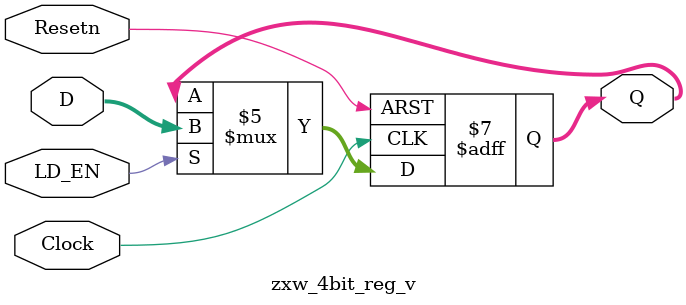
<source format=v>
module zxw_4bit_reg_v (D, Resetn, LD_EN, Clock, Q);
	input [3:0] D;
	input Resetn, LD_EN, Clock;
	output reg [3:0] Q;
// Execute the always block whenever you detect a 
// falling edge on Resetn or a rising edge on Clock
	always @(negedge Resetn, posedge Clock)
	 	if (!Resetn)
			Q <= 0;
		else
			if (!LD_EN)
				Q <= Q;
			else
				Q <= D;		
endmodule


</source>
